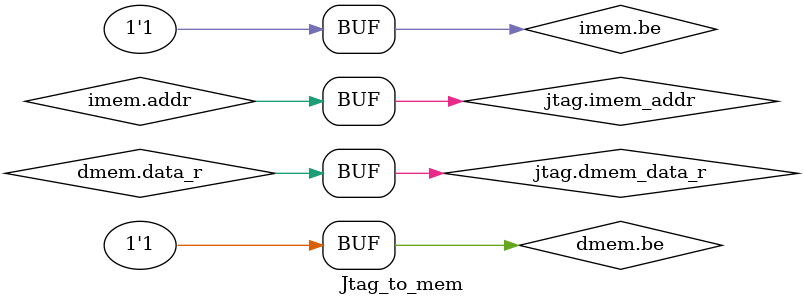
<source format=sv>



module Jtag_to_mem
  ( Ram_if.client     imem,
    Ram_if.client     dmem,
    Processor_if.proc jtag );

//---------------------------------------------------------------------------
assign
  imem.en = jtag.imem_re | jtag.imem_we,
  imem.addr = jtag.imem_addr,
  imem.data_w = jtag.imem_data_w,
  imem.we = jtag.imem_we,
  imem.be = 4'b1111;
assign
  jtag.imem_data_r = imem.data_r;


assign
  dmem.en = jtag.dmem_re | jtag.dmem_we,
  dmem.addr = jtag.dmem_addr,
  dmem.data_w = jtag.dmem_data_w,
  dmem.we = jtag.dmem_we,
  dmem.be = 4'b1111;
assign
  jtag.dmem_data_r = dmem.data_r;
//---------------------------------------------------------------------------

endmodule

</source>
